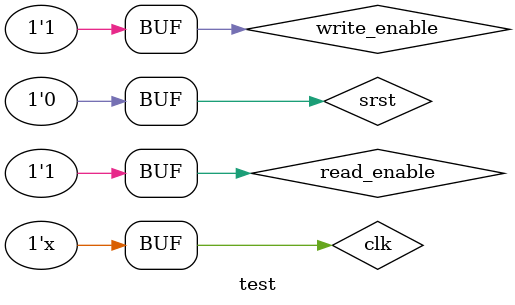
<source format=sv>
`timescale 1ns / 1ps


module test();
parameter M = 5;
logic clk;
logic srst;
logic write_enable;
logic read_enable;
logic [M:0] data_i;
logic [M:0] data_o;
logic full;
logic empty;
localparam int clk_PERIOD = 10;

initial begin
    clk = 1;
    srst = 1;
    write_enable = 1;
    read_enable = 1;
    #20
    srst = 0;
    #130
    srst = 1;
    #20
    srst = 0;
    #60
    write_enable = 0;
    #50
    write_enable = 1;
    #30
    read_enable = 0;
    #190
    read_enable = 1;
    #110
    srst = 1;
    #20
    srst = 0;
end

always #(clk_PERIOD) clk = ~clk;
always_ff @(posedge clk) data_i = $random;

FIFO fifo(
    .clk(clk),
    .srst(srst),
    .write_enable(write_enable),
    .read_enable(read_enable),
    .data_i(data_i),
    .data_o(data_o),
    .empty(empty),
    .full(full)
);

endmodule

</source>
